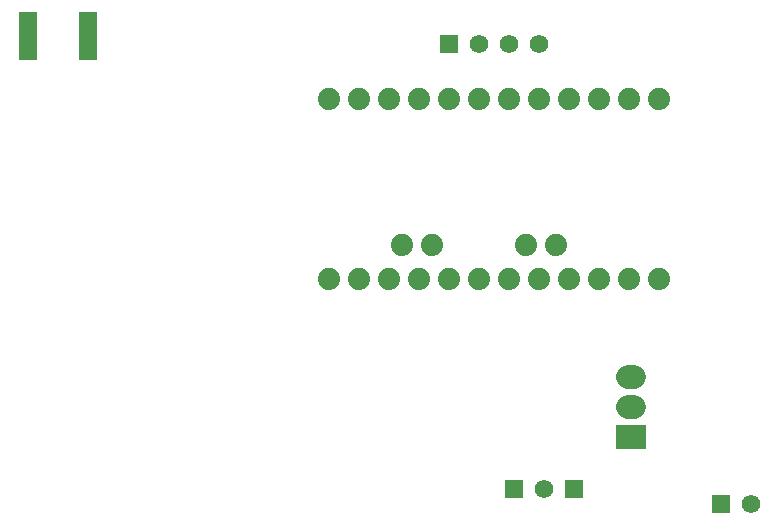
<source format=gbl>
G04 ---------------------------- Layer name :BOTTOM LAYER*
G04 EasyEDA v5.7.24, Sat, 01 Sep 2018 15:29:15 GMT*
G04 70d3823de7e84894a96469fe6f11b24c*
G04 Gerber Generator version 0.2*
G04 Scale: 100 percent, Rotated: No, Reflected: No *
G04 Dimensions in inches *
G04 leading zeros omitted , absolute positions ,2 integer and 4 decimal *
%FSLAX24Y24*%
%MOIN*%
G90*
G70D02*

%ADD16R,0.060500X0.160500*%
%ADD18R,0.062000X0.062000*%
%ADD19C,0.062000*%
%ADD20C,0.074000*%
%ADD21R,0.098425X0.078740*%
%ADD22C,0.078740*%

%LPD*%
G54D16*
G01X2750Y16850D03*
G01X750Y16850D03*
G54D18*
G01X18950Y1750D03*
G01X16950Y1750D03*
G54D19*
G01X17950Y1750D03*
G54D20*
G01X21800Y14750D03*
G01X20800Y14750D03*
G01X19800Y14750D03*
G01X18800Y14750D03*
G01X17800Y14750D03*
G01X16800Y14750D03*
G01X15800Y14750D03*
G01X14800Y14750D03*
G01X13800Y14750D03*
G01X12800Y14750D03*
G01X11800Y14750D03*
G01X10800Y14750D03*
G01X10800Y8750D03*
G01X11800Y8750D03*
G01X12800Y8750D03*
G01X13800Y8750D03*
G01X14800Y8750D03*
G01X15800Y8750D03*
G01X16800Y8750D03*
G01X17800Y8750D03*
G01X18800Y8750D03*
G01X19800Y8750D03*
G01X20800Y8750D03*
G01X21800Y8750D03*
G01X13239Y9880D03*
G01X14239Y9880D03*
G01X18360Y9880D03*
G01X17360Y9880D03*
G54D18*
G01X14800Y16600D03*
G54D19*
G01X15800Y16600D03*
G01X16800Y16600D03*
G01X17800Y16600D03*
G54D21*
G01X20860Y3490D03*
G54D18*
G01X23850Y1250D03*
G54D19*
G01X24850Y1250D03*
G54D22*
G01X20761Y5490D02*
G01X20958Y5490D01*
G01X20761Y4490D02*
G01X20958Y4490D01*
M00*
M02*

</source>
